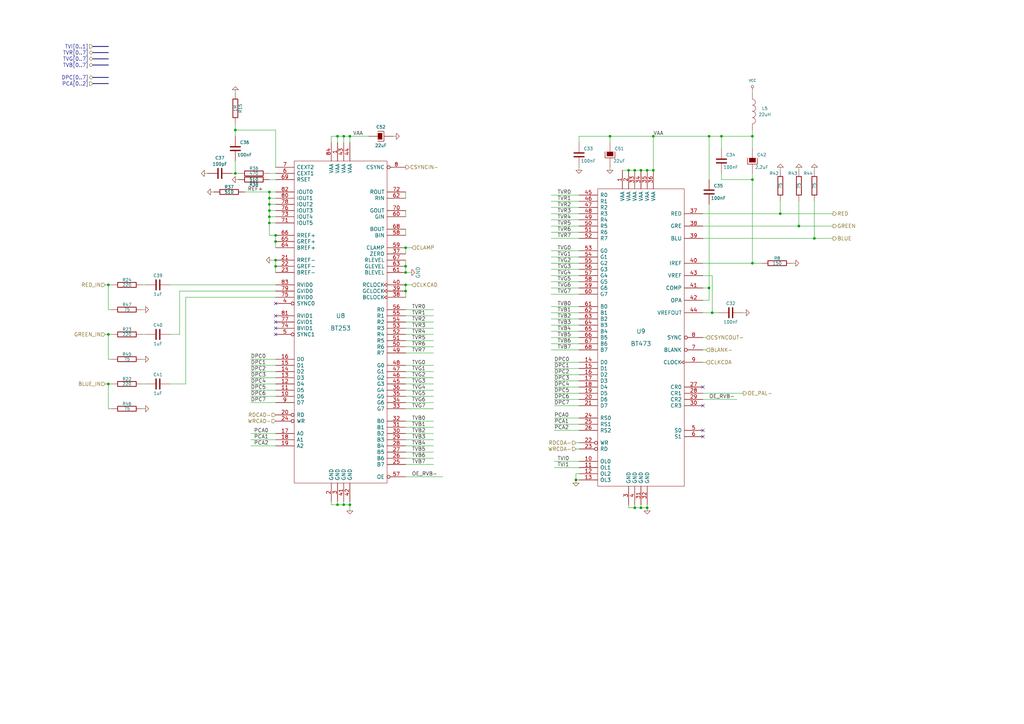
<source format=kicad_sch>
(kicad_sch (version 20201015) (generator eeschema)
  (page 1 8)
  (paper "A3")
  (title_block (title "Video") (date "Sun 22 Mar 2015") (rev "2.0B") (company "Kicad EDA"))
  (lib_symbols
    (symbol "video_schlib:BT253" (pin_names (offset 1.016))
      (property "Reference" "U" (at 0 2.54 0))
      (property "Value" "BT253" (at 0 -2.54 0))
      (symbol "BT253_0_1"
        (rectangle (start -19.05 -66.04) (end 19.05 66.04))
      )
      (symbol "BT253_1_1"
        (pin input line (at -1.27 73.66 270) (length 7.62) (name "VAA") (number "1"))
        (pin tri_state line (at -26.67 -30.48 0) (length 7.62) (name "D6") (number "10"))
        (pin tri_state line (at -26.67 -27.94 0) (length 7.62) (name "D5") (number "11"))
        (pin tri_state line (at -26.67 -25.4 0) (length 7.62) (name "D4") (number "12"))
        (pin tri_state line (at -26.67 -22.86 0) (length 7.62) (name "D3") (number "13"))
        (pin tri_state line (at -26.67 -20.32 0) (length 7.62) (name "D2") (number "14"))
        (pin tri_state line (at -26.67 -17.78 0) (length 7.62) (name "D1") (number "15"))
        (pin tri_state line (at -26.67 -15.24 0) (length 7.62) (name "D0") (number "16"))
        (pin input line (at -26.67 -45.72 0) (length 7.62) (name "A0") (number "17"))
        (pin input line (at -26.67 -48.26 0) (length 7.62) (name "A1") (number "18"))
        (pin input line (at -26.67 -50.8 0) (length 7.62) (name "A2") (number "19"))
        (pin input line (at -3.81 -73.66 90) (length 7.62) (name "GND") (number "2"))
        (pin input inverted (at -26.67 -38.1 0) (length 7.62) (name "RD") (number "20"))
        (pin input line (at -26.67 25.4 0) (length 7.62) (name "RREF-") (number "21"))
        (pin input line (at -26.67 22.86 0) (length 7.62) (name "GREF-") (number "22"))
        (pin input line (at -26.67 20.32 0) (length 7.62) (name "BREF-") (number "23"))
        (pin input inverted (at -26.67 -40.64 0) (length 7.62) (name "WR") (number "24"))
        (pin tri_state line (at 26.67 -58.42 180) (length 7.62) (name "B7") (number "25"))
        (pin tri_state line (at 26.67 -55.88 180) (length 7.62) (name "B6") (number "26"))
        (pin tri_state line (at 26.67 -53.34 180) (length 7.62) (name "B5") (number "27"))
        (pin tri_state line (at 26.67 -50.8 180) (length 7.62) (name "B4") (number "28"))
        (pin tri_state line (at 26.67 -48.26 180) (length 7.62) (name "B3") (number "29"))
        (pin input line (at -1.27 -73.66 90) (length 7.62) (name "GND") (number "3"))
        (pin tri_state line (at 26.67 -45.72 180) (length 7.62) (name "B2") (number "30"))
        (pin tri_state line (at 26.67 -43.18 180) (length 7.62) (name "B1") (number "31"))
        (pin tri_state line (at 26.67 -40.64 180) (length 7.62) (name "B0") (number "32"))
        (pin tri_state line (at 26.67 -35.56 180) (length 7.62) (name "G7") (number "33"))
        (pin tri_state line (at 26.67 -33.02 180) (length 7.62) (name "G6") (number "34"))
        (pin tri_state line (at 26.67 -30.48 180) (length 7.62) (name "G5") (number "35"))
        (pin tri_state line (at 26.67 -27.94 180) (length 7.62) (name "G4") (number "36"))
        (pin input line (at 26.67 27.94 180) (length 7.62) (name "ZERO") (number "37"))
        (pin input clock (at 26.67 10.16 180) (length 7.62) (name "BCLOCK") (number "38"))
        (pin input clock (at 26.67 12.7 180) (length 7.62) (name "GCLOCK") (number "39"))
        (pin input inverted (at -26.67 7.62 0) (length 7.62) (name "SYNC0") (number "4"))
        (pin input clock (at 26.67 15.24 180) (length 7.62) (name "RCLOCK") (number "40"))
        (pin input line (at 1.27 -73.66 90) (length 7.62) (name "GND") (number "41"))
        (pin input line (at 3.81 -73.66 90) (length 7.62) (name "GND") (number "42"))
        (pin input line (at 1.27 73.66 270) (length 7.62) (name "VAA") (number "43"))
        (pin input line (at 3.81 73.66 270) (length 7.62) (name "VAA") (number "44"))
        (pin tri_state line (at 26.67 -25.4 180) (length 7.62) (name "G3") (number "45"))
        (pin tri_state line (at 26.67 -22.86 180) (length 7.62) (name "G2") (number "46"))
        (pin tri_state line (at 26.67 -20.32 180) (length 7.62) (name "G1") (number "47"))
        (pin tri_state line (at 26.67 -17.78 180) (length 7.62) (name "G0") (number "48"))
        (pin tri_state line (at 26.67 -12.7 180) (length 7.62) (name "R7") (number "49"))
        (pin input inverted (at -26.67 -5.08 0) (length 7.62) (name "SYNC1") (number "5"))
        (pin tri_state line (at 26.67 -10.16 180) (length 7.62) (name "R6") (number "50"))
        (pin tri_state line (at 26.67 -7.62 180) (length 7.62) (name "R5") (number "51"))
        (pin tri_state line (at 26.67 -5.08 180) (length 7.62) (name "R4") (number "52"))
        (pin tri_state line (at 26.67 -2.54 180) (length 7.62) (name "R3") (number "53"))
        (pin tri_state line (at 26.67 0 180) (length 7.62) (name "R2") (number "54"))
        (pin tri_state line (at 26.67 2.54 180) (length 7.62) (name "R1") (number "55"))
        (pin tri_state line (at 26.67 5.08 180) (length 7.62) (name "R0") (number "56"))
        (pin input inverted (at 26.67 -63.5 180) (length 7.62) (name "OE") (number "57"))
        (pin input line (at 26.67 35.56 180) (length 7.62) (name "BIN") (number "58"))
        (pin input line (at 26.67 30.48 180) (length 7.62) (name "CLAMP") (number "59"))
        (pin output line (at -26.67 60.96 0) (length 7.62) (name "CEXT1") (number "6"))
        (pin input line (at 26.67 43.18 180) (length 7.62) (name "GIN") (number "60"))
        (pin input line (at 26.67 20.32 180) (length 7.62) (name "BLEVEL") (number "61"))
        (pin input line (at 26.67 50.8 180) (length 7.62) (name "RIN") (number "62"))
        (pin input line (at 26.67 22.86 180) (length 7.62) (name "GLEVEL") (number "63"))
        (pin input line (at -26.67 30.48 0) (length 7.62) (name "BREF+") (number "64"))
        (pin input line (at -26.67 33.02 0) (length 7.62) (name "GREF+") (number "65"))
        (pin input line (at -26.67 35.56 0) (length 7.62) (name "RREF+") (number "66"))
        (pin input line (at 26.67 25.4 180) (length 7.62) (name "RLEVEL") (number "67"))
        (pin output line (at 26.67 38.1 180) (length 7.62) (name "BOUT") (number "68"))
        (pin input line (at -26.67 58.42 0) (length 7.62) (name "RSET") (number "69"))
        (pin input line (at -26.67 63.5 0) (length 7.62) (name "CEXT2") (number "7"))
        (pin output line (at 26.67 45.72 180) (length 7.62) (name "GOUT") (number "70"))
        (pin passive line (at -26.67 40.64 0) (length 7.62) (name "IOUT5") (number "71"))
        (pin output line (at 26.67 53.34 180) (length 7.62) (name "ROUT") (number "72"))
        (pin passive line (at -26.67 43.18 0) (length 7.62) (name "IOUT4") (number "73"))
        (pin input line (at -26.67 -2.54 0) (length 7.62) (name "BVID1") (number "74"))
        (pin input line (at -26.67 10.16 0) (length 7.62) (name "BVID0") (number "75"))
        (pin passive line (at -26.67 45.72 0) (length 7.62) (name "IOUT3") (number "76"))
        (pin input line (at -26.67 0 0) (length 7.62) (name "GVID1") (number "77"))
        (pin passive line (at -26.67 48.26 0) (length 7.62) (name "IOUT2") (number "78"))
        (pin input line (at -26.67 12.7 0) (length 7.62) (name "GVID0") (number "79"))
        (pin output inverted (at 26.67 63.5 180) (length 7.62) (name "CSYNC") (number "8"))
        (pin passive line (at -26.67 50.8 0) (length 7.62) (name "IOUT1") (number "80"))
        (pin input line (at -26.67 2.54 0) (length 7.62) (name "RVID1") (number "81"))
        (pin passive line (at -26.67 53.34 0) (length 7.62) (name "IOUT0") (number "82"))
        (pin input line (at -26.67 15.24 0) (length 7.62) (name "RVID0") (number "83"))
        (pin input line (at -3.81 73.66 270) (length 7.62) (name "VAA") (number "84"))
        (pin tri_state line (at -26.67 -33.02 0) (length 7.62) (name "D7") (number "9"))
      )
    )
    (symbol "video_schlib:BT473" (pin_names (offset 1.016))
      (property "Reference" "U" (at 0 2.54 0))
      (property "Value" "BT473" (at 0 -2.54 0))
      (symbol "BT473_0_1"
        (rectangle (start -17.78 -60.96) (end 17.78 60.96))
      )
      (symbol "BT473_1_1"
        (pin input line (at -7.62 68.58 270) (length 7.62) (name "VAA") (number "1"))
        (pin input line (at -25.4 -50.8 0) (length 7.62) (name "OL0") (number "10"))
        (pin input line (at -25.4 -53.34 0) (length 7.62) (name "OL1") (number "11"))
        (pin input line (at -25.4 -55.88 0) (length 7.62) (name "OL2") (number "12"))
        (pin input line (at -25.4 -58.42 0) (length 7.62) (name "OL3") (number "13"))
        (pin input line (at -25.4 -10.16 0) (length 7.62) (name "D0") (number "14"))
        (pin input line (at -25.4 -12.7 0) (length 7.62) (name "D1") (number "15"))
        (pin input line (at -25.4 -15.24 0) (length 7.62) (name "D2") (number "16"))
        (pin input line (at -25.4 -17.78 0) (length 7.62) (name "D3") (number "17"))
        (pin input line (at -25.4 -20.32 0) (length 7.62) (name "D4") (number "18"))
        (pin input line (at -25.4 -22.86 0) (length 7.62) (name "D5") (number "19"))
        (pin input line (at -5.08 68.58 270) (length 7.62) (name "VAA") (number "2"))
        (pin input line (at -25.4 -25.4 0) (length 7.62) (name "D6") (number "20"))
        (pin input line (at -25.4 -27.94 0) (length 7.62) (name "D7") (number "21"))
        (pin input inverted (at -25.4 -43.18 0) (length 7.62) (name "WR") (number "22"))
        (pin input inverted (at -25.4 -45.72 0) (length 7.62) (name "RD") (number "23"))
        (pin input line (at -25.4 -33.02 0) (length 7.62) (name "RS0") (number "24"))
        (pin input line (at -25.4 -35.56 0) (length 7.62) (name "RS1") (number "25"))
        (pin input line (at -25.4 -38.1 0) (length 7.62) (name "RS2") (number "26"))
        (pin output line (at 25.4 -20.32 180) (length 7.62) (name "CR0") (number "27"))
        (pin output line (at 25.4 -22.86 180) (length 7.62) (name "CR1") (number "28"))
        (pin output line (at 25.4 -25.4 180) (length 7.62) (name "CR2") (number "29"))
        (pin input line (at -5.08 -68.58 90) (length 7.62) (name "GND") (number "3"))
        (pin output line (at 25.4 -27.94 180) (length 7.62) (name "CR3") (number "30"))
        (pin input line (at 0 -68.58 90) (length 7.62) (name "GND") (number "31"))
        (pin input line (at 2.54 -68.58 90) (length 7.62) (name "GND") (number "32"))
        (pin input line (at -2.54 68.58 270) (length 7.62) (name "VAA") (number "33"))
        (pin input line (at 0 68.58 270) (length 7.62) (name "VAA") (number "34"))
        (pin input line (at 2.54 68.58 270) (length 7.62) (name "VAA") (number "35"))
        (pin input line (at 5.08 68.58 270) (length 7.62) (name "VAA") (number "36"))
        (pin output line (at 25.4 50.8 180) (length 7.62) (name "RED") (number "37"))
        (pin output line (at 25.4 45.72 180) (length 7.62) (name "GRE") (number "38"))
        (pin output line (at 25.4 40.64 180) (length 7.62) (name "BLU") (number "39"))
        (pin input line (at -2.54 -68.58 90) (length 7.62) (name "GND") (number "4"))
        (pin input line (at 25.4 30.48 180) (length 7.62) (name "IREF") (number "40"))
        (pin input line (at 25.4 20.32 180) (length 7.62) (name "COMP") (number "41"))
        (pin output line (at 25.4 15.24 180) (length 7.62) (name "OPA") (number "42"))
        (pin input line (at 25.4 25.4 180) (length 7.62) (name "VREF") (number "43"))
        (pin output line (at 25.4 10.16 180) (length 7.62) (name "VREFOUT") (number "44"))
        (pin input line (at -25.4 58.42 0) (length 7.62) (name "R0") (number "45"))
        (pin input line (at -25.4 55.88 0) (length 7.62) (name "R1") (number "46"))
        (pin input line (at -25.4 53.34 0) (length 7.62) (name "R2") (number "47"))
        (pin input line (at -25.4 50.8 0) (length 7.62) (name "R3") (number "48"))
        (pin input line (at -25.4 48.26 0) (length 7.62) (name "R4") (number "49"))
        (pin input line (at 25.4 -38.1 180) (length 7.62) (name "S0") (number "5"))
        (pin input line (at -25.4 45.72 0) (length 7.62) (name "R5") (number "50"))
        (pin input line (at -25.4 43.18 0) (length 7.62) (name "R6") (number "51"))
        (pin input line (at -25.4 40.64 0) (length 7.62) (name "R7") (number "52"))
        (pin input line (at -25.4 35.56 0) (length 7.62) (name "G0") (number "53"))
        (pin input line (at -25.4 33.02 0) (length 7.62) (name "G1") (number "54"))
        (pin input line (at -25.4 30.48 0) (length 7.62) (name "G2") (number "55"))
        (pin input line (at -25.4 27.94 0) (length 7.62) (name "G3") (number "56"))
        (pin input line (at -25.4 25.4 0) (length 7.62) (name "G4") (number "57"))
        (pin input line (at -25.4 22.86 0) (length 7.62) (name "G5") (number "58"))
        (pin input line (at -25.4 20.32 0) (length 7.62) (name "G6") (number "59"))
        (pin input line (at 25.4 -40.64 180) (length 7.62) (name "S1") (number "6"))
        (pin input line (at -25.4 17.78 0) (length 7.62) (name "G7") (number "60"))
        (pin input line (at -25.4 12.7 0) (length 7.62) (name "B0") (number "61"))
        (pin input line (at -25.4 10.16 0) (length 7.62) (name "B1") (number "62"))
        (pin input line (at -25.4 7.62 0) (length 7.62) (name "B2") (number "63"))
        (pin input line (at -25.4 5.08 0) (length 7.62) (name "B3") (number "64"))
        (pin input line (at -25.4 2.54 0) (length 7.62) (name "B4") (number "65"))
        (pin input line (at -25.4 0 0) (length 7.62) (name "B5") (number "66"))
        (pin input line (at -25.4 -2.54 0) (length 7.62) (name "B6") (number "67"))
        (pin input line (at -25.4 -5.08 0) (length 7.62) (name "B7") (number "68"))
        (pin input inverted (at 25.4 -5.08 180) (length 7.62) (name "BLANK") (number "7"))
        (pin input inverted (at 25.4 0 180) (length 7.62) (name "SYNC") (number "8"))
        (pin input clock (at 25.4 -10.16 180) (length 7.62) (name "CLOCK") (number "9"))
      )
    )
    (symbol "video_schlib:C" (pin_numbers hide) (pin_names (offset 0.254))
      (property "Reference" "C" (at 0 2.54 0))
      (property "Value" "C" (at 0.1524 -2.159 0))
      (symbol "C_0_1"
        (polyline (pts (xy -2.032 -0.762) (xy 2.032 -0.762)) (stroke (width 0.508)))
        (polyline (pts (xy -2.032 0.762) (xy 2.032 0.762)) (stroke (width 0.508)))
      )
      (symbol "C_1_1"
        (pin passive line (at 0 5.08 270) (length 4.318) (name "~") (number "1"))
        (pin passive line (at 0 -5.08 90) (length 4.318) (name "~") (number "2"))
      )
    )
    (symbol "video_schlib:CP" (pin_numbers hide) (pin_names (offset 0.254) hide)
      (property "Reference" "C" (at 1.27 2.54 0))
      (property "Value" "CP" (at 1.27 -2.54 0))
      (symbol "CP_0_1"
        (polyline (pts (xy -2.032 1.27) (xy -2.032 -1.27) (xy 2.032 -1.27) (xy 2.032 1.27)) (stroke (width 0.2032)))
        (polyline (pts (xy -1.27 1.27) (xy -1.27 -0.508) (xy 1.27 -0.508) (xy 1.27 1.27)) (fill (type outline)))
      )
      (symbol "CP_1_1"
        (pin passive line (at 0 5.08 270) (length 3.81) (name "~") (number "1"))
        (pin passive line (at 0 -5.08 90) (length 3.81) (name "~") (number "2"))
      )
    )
    (symbol "video_schlib:GND" (power) (pin_names (offset 0))
      (symbol "GND_0_1"
        (polyline (pts (xy -1.27 0) (xy 0 -1.27) (xy 1.27 0) (xy -1.27 0)))
      )
      (symbol "GND_1_1"
        (pin power_in line (at 0 0 90) (length 0) hide (name "GND") (number "1"))
      )
    )
    (symbol "video_schlib:INDUCTOR" (pin_numbers hide) (pin_names (offset 1.016) hide)
      (property "Reference" "L" (at -1.27 0 90))
      (property "Value" "INDUCTOR" (at 2.54 0 90))
      (symbol "INDUCTOR_0_1"
        (arc (start 0.0254 -5.0546) (end 0.0254 -2.54) (radius (at 0 -3.81) (length 1.27) (angles -88.9 88.9)))
        (arc (start 0.0254 -2.5146) (end 0.0254 0.0508) (radius (at 0 -1.2446) (length 1.2954) (angles -88.9 88.9)))
        (arc (start 0.0254 0.0254) (end 0.0254 2.5908) (radius (at 0 1.2954) (length 1.2954) (angles -88.9 88.9)))
        (arc (start 0.0254 2.5654) (end 0.0254 4.9784) (radius (at 0 3.7592) (length 1.2192) (angles -88.9 88.9)))
      )
      (symbol "INDUCTOR_1_1"
        (pin passive line (at 0 7.62 270) (length 2.54) (name "1") (number "1"))
        (pin passive line (at 0 -7.62 90) (length 2.54) (name "2") (number "2"))
      )
    )
    (symbol "video_schlib:R" (pin_numbers hide) (pin_names (offset 0))
      (property "Reference" "R" (at 2.032 0 90))
      (property "Value" "R" (at 0.1778 0.0254 90))
      (symbol "R_0_1"
        (rectangle (start -1.016 3.81) (end 1.016 -3.81) (stroke (width 0.3048)))
      )
      (symbol "R_1_1"
        (pin passive line (at 0 6.35 270) (length 2.54) (name "~") (number "1"))
        (pin passive line (at 0 -6.35 90) (length 2.54) (name "~") (number "2"))
      )
    )
    (symbol "video_schlib:VCC" (power) (pin_names (offset 0))
      (property "Value" "VCC" (at 0 2.54 0))
      (symbol "VCC_0_1"
        (circle (center 0 1.27) (radius 0.508))
        (polyline (pts (xy 0 0) (xy 0 0.762) (xy 0 0.762)))
      )
      (symbol "VCC_0_0"
        (pin power_in line (at 0 0 90) (length 0) hide (name "VCC") (number "1"))
      )
    )
  )
  (junction (at 44.45 116.84) (diameter 0.9144))
  (junction (at 44.45 137.16) (diameter 0.9144))
  (junction (at 44.45 157.48) (diameter 0.9144))
  (junction (at 96.52 53.34) (diameter 0.9144))
  (junction (at 96.52 71.12) (diameter 0.9144))
  (junction (at 110.49 78.74) (diameter 0.9144))
  (junction (at 110.49 81.28) (diameter 0.9144))
  (junction (at 110.49 83.82) (diameter 0.9144))
  (junction (at 110.49 86.36) (diameter 0.9144))
  (junction (at 110.49 88.9) (diameter 0.9144))
  (junction (at 110.49 91.44) (diameter 0.9144))
  (junction (at 113.03 96.52) (diameter 0.9144))
  (junction (at 113.03 99.06) (diameter 0.9144))
  (junction (at 113.03 106.68) (diameter 0.9144))
  (junction (at 113.03 109.22) (diameter 0.9144))
  (junction (at 138.43 55.88) (diameter 0.9144))
  (junction (at 138.43 207.01) (diameter 0.9144))
  (junction (at 140.97 55.88) (diameter 0.9144))
  (junction (at 140.97 207.01) (diameter 0.9144))
  (junction (at 143.51 55.88) (diameter 0.9144))
  (junction (at 143.51 207.01) (diameter 0.9144))
  (junction (at 166.37 101.6) (diameter 0.9144))
  (junction (at 166.37 109.22) (diameter 0.9144))
  (junction (at 166.37 111.76) (diameter 0.9144))
  (junction (at 166.37 116.84) (diameter 0.9144))
  (junction (at 166.37 119.38) (diameter 0.9144))
  (junction (at 236.22 196.85) (diameter 0.9144))
  (junction (at 250.19 55.88) (diameter 0.9144))
  (junction (at 257.81 69.85) (diameter 0.9144))
  (junction (at 260.35 69.85) (diameter 0.9144))
  (junction (at 260.35 208.28) (diameter 0.9144))
  (junction (at 262.89 69.85) (diameter 0.9144))
  (junction (at 262.89 208.28) (diameter 0.9144))
  (junction (at 265.43 69.85) (diameter 0.9144))
  (junction (at 265.43 208.28) (diameter 0.9144))
  (junction (at 267.97 55.88) (diameter 0.9144))
  (junction (at 267.97 69.85) (diameter 0.9144))
  (junction (at 290.83 55.88) (diameter 0.9144))
  (junction (at 290.83 118.11) (diameter 0.9144))
  (junction (at 292.1 128.27) (diameter 0.9144))
  (junction (at 295.91 55.88) (diameter 0.9144))
  (junction (at 308.61 55.88) (diameter 0.9144))
  (junction (at 308.61 73.66) (diameter 0.9144))
  (junction (at 308.61 107.95) (diameter 0.9144))
  (junction (at 320.04 87.63) (diameter 0.9144))
  (junction (at 327.66 92.71) (diameter 0.9144))
  (junction (at 334.01 97.79) (diameter 0.9144))
  (no_connect (at 113.03 129.54))
  (no_connect (at 113.03 132.08))
  (no_connect (at 288.29 179.07))
  (no_connect (at 113.03 124.46))
  (no_connect (at 113.03 134.62))
  (no_connect (at 288.29 166.37))
  (no_connect (at 288.29 176.53))
  (no_connect (at 288.29 158.75))
  (no_connect (at 113.03 137.16))
  (wire (pts (xy 43.18 116.84) (xy 44.45 116.84)))
  (wire (pts (xy 43.18 137.16) (xy 44.45 137.16)))
  (wire (pts (xy 43.18 157.48) (xy 44.45 157.48)))
  (wire (pts (xy 44.45 116.84) (xy 44.45 127)))
  (wire (pts (xy 44.45 116.84) (xy 45.72 116.84)))
  (wire (pts (xy 44.45 127) (xy 45.72 127)))
  (wire (pts (xy 44.45 137.16) (xy 44.45 147.32)))
  (wire (pts (xy 44.45 137.16) (xy 45.72 137.16)))
  (wire (pts (xy 44.45 147.32) (xy 45.72 147.32)))
  (wire (pts (xy 44.45 157.48) (xy 44.45 167.64)))
  (wire (pts (xy 44.45 157.48) (xy 45.72 157.48)))
  (wire (pts (xy 44.45 167.64) (xy 45.72 167.64)))
  (wire (pts (xy 58.42 116.84) (xy 59.69 116.84)))
  (wire (pts (xy 58.42 137.16) (xy 59.69 137.16)))
  (wire (pts (xy 58.42 157.48) (xy 59.69 157.48)))
  (wire (pts (xy 58.42 167.64) (xy 59.69 167.64)))
  (wire (pts (xy 59.69 127) (xy 58.42 127)))
  (wire (pts (xy 59.69 147.32) (xy 58.42 147.32)))
  (wire (pts (xy 69.85 116.84) (xy 113.03 116.84)))
  (wire (pts (xy 69.85 137.16) (xy 73.66 137.16)))
  (wire (pts (xy 69.85 157.48) (xy 76.2 157.48)))
  (wire (pts (xy 73.66 119.38) (xy 73.66 137.16)))
  (wire (pts (xy 76.2 121.92) (xy 76.2 157.48)))
  (wire (pts (xy 83.82 71.12) (xy 85.09 71.12)))
  (wire (pts (xy 86.36 78.74) (xy 87.63 78.74)))
  (wire (pts (xy 95.25 71.12) (xy 96.52 71.12)))
  (wire (pts (xy 96.52 38.1) (xy 96.52 36.83)))
  (wire (pts (xy 96.52 50.8) (xy 96.52 53.34)))
  (wire (pts (xy 96.52 53.34) (xy 96.52 55.88)))
  (wire (pts (xy 96.52 53.34) (xy 113.03 53.34)))
  (wire (pts (xy 96.52 71.12) (xy 96.52 66.04)))
  (wire (pts (xy 96.52 71.12) (xy 97.79 71.12)))
  (wire (pts (xy 96.52 73.66) (xy 97.79 73.66)))
  (wire (pts (xy 100.33 78.74) (xy 110.49 78.74)))
  (wire (pts (xy 102.87 147.32) (xy 113.03 147.32)))
  (wire (pts (xy 102.87 149.86) (xy 113.03 149.86)))
  (wire (pts (xy 102.87 152.4) (xy 113.03 152.4)))
  (wire (pts (xy 102.87 154.94) (xy 113.03 154.94)))
  (wire (pts (xy 102.87 157.48) (xy 113.03 157.48)))
  (wire (pts (xy 102.87 160.02) (xy 113.03 160.02)))
  (wire (pts (xy 102.87 162.56) (xy 113.03 162.56)))
  (wire (pts (xy 102.87 165.1) (xy 113.03 165.1)))
  (wire (pts (xy 102.87 177.8) (xy 113.03 177.8)))
  (wire (pts (xy 102.87 180.34) (xy 113.03 180.34)))
  (wire (pts (xy 102.87 182.88) (xy 113.03 182.88)))
  (wire (pts (xy 110.49 71.12) (xy 113.03 71.12)))
  (wire (pts (xy 110.49 73.66) (xy 113.03 73.66)))
  (wire (pts (xy 110.49 78.74) (xy 110.49 81.28)))
  (wire (pts (xy 110.49 78.74) (xy 113.03 78.74)))
  (wire (pts (xy 110.49 81.28) (xy 110.49 83.82)))
  (wire (pts (xy 110.49 83.82) (xy 110.49 86.36)))
  (wire (pts (xy 110.49 83.82) (xy 113.03 83.82)))
  (wire (pts (xy 110.49 86.36) (xy 110.49 88.9)))
  (wire (pts (xy 110.49 86.36) (xy 113.03 86.36)))
  (wire (pts (xy 110.49 88.9) (xy 110.49 91.44)))
  (wire (pts (xy 110.49 88.9) (xy 113.03 88.9)))
  (wire (pts (xy 110.49 91.44) (xy 110.49 96.52)))
  (wire (pts (xy 110.49 91.44) (xy 113.03 91.44)))
  (wire (pts (xy 110.49 96.52) (xy 113.03 96.52)))
  (wire (pts (xy 110.49 106.68) (xy 113.03 106.68)))
  (wire (pts (xy 113.03 53.34) (xy 113.03 68.58)))
  (wire (pts (xy 113.03 81.28) (xy 110.49 81.28)))
  (wire (pts (xy 113.03 96.52) (xy 113.03 99.06)))
  (wire (pts (xy 113.03 99.06) (xy 113.03 101.6)))
  (wire (pts (xy 113.03 106.68) (xy 113.03 109.22)))
  (wire (pts (xy 113.03 109.22) (xy 113.03 111.76)))
  (wire (pts (xy 113.03 119.38) (xy 73.66 119.38)))
  (wire (pts (xy 113.03 121.92) (xy 76.2 121.92)))
  (wire (pts (xy 135.89 55.88) (xy 135.89 58.42)))
  (wire (pts (xy 135.89 55.88) (xy 138.43 55.88)))
  (wire (pts (xy 135.89 207.01) (xy 135.89 205.74)))
  (wire (pts (xy 135.89 207.01) (xy 138.43 207.01)))
  (wire (pts (xy 138.43 55.88) (xy 138.43 58.42)))
  (wire (pts (xy 138.43 55.88) (xy 140.97 55.88)))
  (wire (pts (xy 138.43 205.74) (xy 138.43 207.01)))
  (wire (pts (xy 138.43 207.01) (xy 140.97 207.01)))
  (wire (pts (xy 140.97 55.88) (xy 140.97 58.42)))
  (wire (pts (xy 140.97 55.88) (xy 143.51 55.88)))
  (wire (pts (xy 140.97 205.74) (xy 140.97 207.01)))
  (wire (pts (xy 140.97 207.01) (xy 143.51 207.01)))
  (wire (pts (xy 143.51 55.88) (xy 151.13 55.88)))
  (wire (pts (xy 143.51 58.42) (xy 143.51 55.88)))
  (wire (pts (xy 143.51 205.74) (xy 143.51 207.01)))
  (wire (pts (xy 143.51 207.01) (xy 143.51 209.55)))
  (wire (pts (xy 162.56 55.88) (xy 161.29 55.88)))
  (wire (pts (xy 166.37 78.74) (xy 166.37 81.28)))
  (wire (pts (xy 166.37 86.36) (xy 166.37 88.9)))
  (wire (pts (xy 166.37 93.98) (xy 166.37 96.52)))
  (wire (pts (xy 166.37 101.6) (xy 168.91 101.6)))
  (wire (pts (xy 166.37 104.14) (xy 166.37 101.6)))
  (wire (pts (xy 166.37 106.68) (xy 166.37 109.22)))
  (wire (pts (xy 166.37 109.22) (xy 166.37 111.76)))
  (wire (pts (xy 166.37 111.76) (xy 168.91 111.76)))
  (wire (pts (xy 166.37 116.84) (xy 166.37 119.38)))
  (wire (pts (xy 166.37 119.38) (xy 166.37 121.92)))
  (wire (pts (xy 166.37 127) (xy 177.8 127)))
  (wire (pts (xy 166.37 129.54) (xy 177.8 129.54)))
  (wire (pts (xy 166.37 132.08) (xy 177.8 132.08)))
  (wire (pts (xy 166.37 134.62) (xy 177.8 134.62)))
  (wire (pts (xy 166.37 137.16) (xy 177.8 137.16)))
  (wire (pts (xy 166.37 139.7) (xy 177.8 139.7)))
  (wire (pts (xy 166.37 142.24) (xy 177.8 142.24)))
  (wire (pts (xy 166.37 144.78) (xy 177.8 144.78)))
  (wire (pts (xy 166.37 149.86) (xy 177.8 149.86)))
  (wire (pts (xy 166.37 152.4) (xy 177.8 152.4)))
  (wire (pts (xy 166.37 154.94) (xy 177.8 154.94)))
  (wire (pts (xy 166.37 157.48) (xy 177.8 157.48)))
  (wire (pts (xy 166.37 160.02) (xy 177.8 160.02)))
  (wire (pts (xy 166.37 162.56) (xy 177.8 162.56)))
  (wire (pts (xy 166.37 165.1) (xy 177.8 165.1)))
  (wire (pts (xy 166.37 167.64) (xy 177.8 167.64)))
  (wire (pts (xy 166.37 172.72) (xy 177.8 172.72)))
  (wire (pts (xy 166.37 175.26) (xy 177.8 175.26)))
  (wire (pts (xy 166.37 177.8) (xy 177.8 177.8)))
  (wire (pts (xy 166.37 180.34) (xy 177.8 180.34)))
  (wire (pts (xy 166.37 182.88) (xy 177.8 182.88)))
  (wire (pts (xy 166.37 185.42) (xy 177.8 185.42)))
  (wire (pts (xy 166.37 187.96) (xy 177.8 187.96)))
  (wire (pts (xy 166.37 190.5) (xy 177.8 190.5)))
  (wire (pts (xy 166.37 195.58) (xy 181.61 195.58)))
  (wire (pts (xy 168.91 116.84) (xy 166.37 116.84)))
  (wire (pts (xy 226.06 80.01) (xy 237.49 80.01)))
  (wire (pts (xy 226.06 82.55) (xy 237.49 82.55)))
  (wire (pts (xy 226.06 85.09) (xy 237.49 85.09)))
  (wire (pts (xy 226.06 87.63) (xy 237.49 87.63)))
  (wire (pts (xy 226.06 90.17) (xy 237.49 90.17)))
  (wire (pts (xy 226.06 92.71) (xy 237.49 92.71)))
  (wire (pts (xy 226.06 95.25) (xy 237.49 95.25)))
  (wire (pts (xy 226.06 97.79) (xy 237.49 97.79)))
  (wire (pts (xy 226.06 102.87) (xy 237.49 102.87)))
  (wire (pts (xy 226.06 105.41) (xy 237.49 105.41)))
  (wire (pts (xy 226.06 107.95) (xy 237.49 107.95)))
  (wire (pts (xy 226.06 110.49) (xy 237.49 110.49)))
  (wire (pts (xy 226.06 113.03) (xy 237.49 113.03)))
  (wire (pts (xy 226.06 115.57) (xy 237.49 115.57)))
  (wire (pts (xy 226.06 118.11) (xy 237.49 118.11)))
  (wire (pts (xy 226.06 120.65) (xy 237.49 120.65)))
  (wire (pts (xy 226.06 125.73) (xy 237.49 125.73)))
  (wire (pts (xy 226.06 128.27) (xy 237.49 128.27)))
  (wire (pts (xy 226.06 130.81) (xy 237.49 130.81)))
  (wire (pts (xy 226.06 133.35) (xy 237.49 133.35)))
  (wire (pts (xy 226.06 135.89) (xy 237.49 135.89)))
  (wire (pts (xy 226.06 138.43) (xy 237.49 138.43)))
  (wire (pts (xy 226.06 140.97) (xy 237.49 140.97)))
  (wire (pts (xy 226.06 143.51) (xy 237.49 143.51)))
  (wire (pts (xy 227.33 148.59) (xy 237.49 148.59)))
  (wire (pts (xy 227.33 151.13) (xy 237.49 151.13)))
  (wire (pts (xy 227.33 153.67) (xy 237.49 153.67)))
  (wire (pts (xy 227.33 156.21) (xy 237.49 156.21)))
  (wire (pts (xy 227.33 158.75) (xy 237.49 158.75)))
  (wire (pts (xy 227.33 161.29) (xy 237.49 161.29)))
  (wire (pts (xy 227.33 163.83) (xy 237.49 163.83)))
  (wire (pts (xy 227.33 166.37) (xy 237.49 166.37)))
  (wire (pts (xy 227.33 171.45) (xy 237.49 171.45)))
  (wire (pts (xy 227.33 173.99) (xy 237.49 173.99)))
  (wire (pts (xy 227.33 176.53) (xy 237.49 176.53)))
  (wire (pts (xy 236.22 181.61) (xy 237.49 181.61)))
  (wire (pts (xy 236.22 194.31) (xy 236.22 196.85)))
  (wire (pts (xy 236.22 194.31) (xy 237.49 194.31)))
  (wire (pts (xy 236.22 196.85) (xy 236.22 198.12)))
  (wire (pts (xy 237.49 55.88) (xy 250.19 55.88)))
  (wire (pts (xy 237.49 58.42) (xy 237.49 55.88)))
  (wire (pts (xy 237.49 68.58) (xy 237.49 69.85)))
  (wire (pts (xy 237.49 184.15) (xy 236.22 184.15)))
  (wire (pts (xy 237.49 189.23) (xy 227.33 189.23)))
  (wire (pts (xy 237.49 191.77) (xy 227.33 191.77)))
  (wire (pts (xy 237.49 196.85) (xy 236.22 196.85)))
  (wire (pts (xy 250.19 55.88) (xy 267.97 55.88)))
  (wire (pts (xy 250.19 58.42) (xy 250.19 55.88)))
  (wire (pts (xy 250.19 69.85) (xy 250.19 68.58)))
  (wire (pts (xy 255.27 69.85) (xy 257.81 69.85)))
  (wire (pts (xy 257.81 69.85) (xy 260.35 69.85)))
  (wire (pts (xy 257.81 208.28) (xy 257.81 207.01)))
  (wire (pts (xy 257.81 208.28) (xy 260.35 208.28)))
  (wire (pts (xy 260.35 69.85) (xy 262.89 69.85)))
  (wire (pts (xy 260.35 208.28) (xy 260.35 207.01)))
  (wire (pts (xy 260.35 208.28) (xy 262.89 208.28)))
  (wire (pts (xy 262.89 69.85) (xy 265.43 69.85)))
  (wire (pts (xy 262.89 208.28) (xy 262.89 207.01)))
  (wire (pts (xy 262.89 208.28) (xy 265.43 208.28)))
  (wire (pts (xy 265.43 69.85) (xy 267.97 69.85)))
  (wire (pts (xy 265.43 207.01) (xy 265.43 208.28)))
  (wire (pts (xy 265.43 208.28) (xy 265.43 209.55)))
  (wire (pts (xy 267.97 55.88) (xy 290.83 55.88)))
  (wire (pts (xy 267.97 69.85) (xy 267.97 55.88)))
  (wire (pts (xy 288.29 87.63) (xy 320.04 87.63)))
  (wire (pts (xy 288.29 92.71) (xy 327.66 92.71)))
  (wire (pts (xy 288.29 97.79) (xy 334.01 97.79)))
  (wire (pts (xy 288.29 107.95) (xy 308.61 107.95)))
  (wire (pts (xy 288.29 128.27) (xy 292.1 128.27)))
  (wire (pts (xy 288.29 161.29) (xy 304.8 161.29)))
  (wire (pts (xy 288.29 163.83) (xy 302.26 163.83)))
  (wire (pts (xy 289.56 138.43) (xy 288.29 138.43)))
  (wire (pts (xy 289.56 143.51) (xy 288.29 143.51)))
  (wire (pts (xy 289.56 148.59) (xy 288.29 148.59)))
  (wire (pts (xy 290.83 55.88) (xy 290.83 73.66)))
  (wire (pts (xy 290.83 55.88) (xy 295.91 55.88)))
  (wire (pts (xy 290.83 83.82) (xy 290.83 118.11)))
  (wire (pts (xy 290.83 118.11) (xy 288.29 118.11)))
  (wire (pts (xy 290.83 118.11) (xy 290.83 123.19)))
  (wire (pts (xy 290.83 123.19) (xy 288.29 123.19)))
  (wire (pts (xy 292.1 113.03) (xy 288.29 113.03)))
  (wire (pts (xy 292.1 128.27) (xy 292.1 113.03)))
  (wire (pts (xy 292.1 128.27) (xy 294.64 128.27)))
  (wire (pts (xy 295.91 55.88) (xy 295.91 60.96)))
  (wire (pts (xy 295.91 55.88) (xy 308.61 55.88)))
  (wire (pts (xy 295.91 71.12) (xy 295.91 73.66)))
  (wire (pts (xy 295.91 73.66) (xy 308.61 73.66)))
  (wire (pts (xy 306.07 128.27) (xy 304.8 128.27)))
  (wire (pts (xy 308.61 36.83) (xy 308.61 38.1)))
  (wire (pts (xy 308.61 53.34) (xy 308.61 55.88)))
  (wire (pts (xy 308.61 55.88) (xy 308.61 60.96)))
  (wire (pts (xy 308.61 71.12) (xy 308.61 73.66)))
  (wire (pts (xy 308.61 73.66) (xy 308.61 107.95)))
  (wire (pts (xy 308.61 107.95) (xy 312.42 107.95)))
  (wire (pts (xy 320.04 69.85) (xy 320.04 68.58)))
  (wire (pts (xy 320.04 82.55) (xy 320.04 87.63)))
  (wire (pts (xy 320.04 87.63) (xy 341.63 87.63)))
  (wire (pts (xy 326.39 107.95) (xy 325.12 107.95)))
  (wire (pts (xy 327.66 68.58) (xy 327.66 69.85)))
  (wire (pts (xy 327.66 92.71) (xy 327.66 82.55)))
  (wire (pts (xy 327.66 92.71) (xy 341.63 92.71)))
  (wire (pts (xy 334.01 69.85) (xy 334.01 68.58)))
  (wire (pts (xy 334.01 97.79) (xy 334.01 82.55)))
  (wire (pts (xy 334.01 97.79) (xy 341.63 97.79)))
  (bus (pts (xy 38.1 19.05) (xy 44.45 19.05)))
  (bus (pts (xy 38.1 21.59) (xy 44.45 21.59)))
  (bus (pts (xy 38.1 24.13) (xy 44.45 24.13)))
  (bus (pts (xy 38.1 26.67) (xy 44.45 26.67)))
  (bus (pts (xy 38.1 31.75) (xy 44.45 31.75)))
  (bus (pts (xy 38.1 34.29) (xy 44.45 34.29)))
  (label "REF+" (at 101.6 78.74 0) (effects (font (size 1.524 1.524))))
  (label "DPC0" (at 102.87 147.32 0) (effects (font (size 1.524 1.524))))
  (label "DPC1" (at 102.87 149.86 0) (effects (font (size 1.524 1.524))))
  (label "DPC2" (at 102.87 152.4 0) (effects (font (size 1.524 1.524))))
  (label "DPC3" (at 102.87 154.94 0) (effects (font (size 1.524 1.524))))
  (label "DPC4" (at 102.87 157.48 0) (effects (font (size 1.524 1.524))))
  (label "DPC5" (at 102.87 160.02 0) (effects (font (size 1.524 1.524))))
  (label "DPC6" (at 102.87 162.56 0) (effects (font (size 1.524 1.524))))
  (label "DPC7" (at 102.87 165.1 0) (effects (font (size 1.524 1.524))))
  (label "PCA0" (at 104.14 177.8 0) (effects (font (size 1.524 1.524))))
  (label "PCA1" (at 104.14 180.34 0) (effects (font (size 1.524 1.524))))
  (label "PCA2" (at 104.14 182.88 0) (effects (font (size 1.524 1.524))))
  (label "VAA" (at 144.78 55.88 0) (effects (font (size 1.524 1.524))))
  (label "TVR0" (at 168.91 127 0) (effects (font (size 1.524 1.524))))
  (label "TVR1" (at 168.91 129.54 0) (effects (font (size 1.524 1.524))))
  (label "TVR2" (at 168.91 132.08 0) (effects (font (size 1.524 1.524))))
  (label "TVR3" (at 168.91 134.62 0) (effects (font (size 1.524 1.524))))
  (label "TVR4" (at 168.91 137.16 0) (effects (font (size 1.524 1.524))))
  (label "TVR5" (at 168.91 139.7 0) (effects (font (size 1.524 1.524))))
  (label "TVR6" (at 168.91 142.24 0) (effects (font (size 1.524 1.524))))
  (label "TVR7" (at 168.91 144.78 0) (effects (font (size 1.524 1.524))))
  (label "TVG0" (at 168.91 149.86 0) (effects (font (size 1.524 1.524))))
  (label "TVG1" (at 168.91 152.4 0) (effects (font (size 1.524 1.524))))
  (label "TVG2" (at 168.91 154.94 0) (effects (font (size 1.524 1.524))))
  (label "TVG3" (at 168.91 157.48 0) (effects (font (size 1.524 1.524))))
  (label "TVG4" (at 168.91 160.02 0) (effects (font (size 1.524 1.524))))
  (label "TVG5" (at 168.91 162.56 0) (effects (font (size 1.524 1.524))))
  (label "TVG6" (at 168.91 165.1 0) (effects (font (size 1.524 1.524))))
  (label "TVG7" (at 168.91 167.64 0) (effects (font (size 1.524 1.524))))
  (label "TVB0" (at 168.91 172.72 0) (effects (font (size 1.524 1.524))))
  (label "TVB1" (at 168.91 175.26 0) (effects (font (size 1.524 1.524))))
  (label "TVB2" (at 168.91 177.8 0) (effects (font (size 1.524 1.524))))
  (label "TVB3" (at 168.91 180.34 0) (effects (font (size 1.524 1.524))))
  (label "TVB4" (at 168.91 182.88 0) (effects (font (size 1.524 1.524))))
  (label "TVB5" (at 168.91 185.42 0) (effects (font (size 1.524 1.524))))
  (label "TVB6" (at 168.91 187.96 0) (effects (font (size 1.524 1.524))))
  (label "TVB7" (at 168.91 190.5 0) (effects (font (size 1.524 1.524))))
  (label "OE_RVB-" (at 168.91 195.58 0) (effects (font (size 1.524 1.524))))
  (label "DPC0" (at 227.33 148.59 0) (effects (font (size 1.524 1.524))))
  (label "DPC1" (at 227.33 151.13 0) (effects (font (size 1.524 1.524))))
  (label "DPC2" (at 227.33 153.67 0) (effects (font (size 1.524 1.524))))
  (label "DPC3" (at 227.33 156.21 0) (effects (font (size 1.524 1.524))))
  (label "DPC4" (at 227.33 158.75 0) (effects (font (size 1.524 1.524))))
  (label "DPC5" (at 227.33 161.29 0) (effects (font (size 1.524 1.524))))
  (label "DPC6" (at 227.33 163.83 0) (effects (font (size 1.524 1.524))))
  (label "DPC7" (at 227.33 166.37 0) (effects (font (size 1.524 1.524))))
  (label "PCA0" (at 227.33 171.45 0) (effects (font (size 1.524 1.524))))
  (label "PCA1" (at 227.33 173.99 0) (effects (font (size 1.524 1.524))))
  (label "PCA2" (at 227.33 176.53 0) (effects (font (size 1.524 1.524))))
  (label "TVR0" (at 228.6 80.01 0) (effects (font (size 1.524 1.524))))
  (label "TVR1" (at 228.6 82.55 0) (effects (font (size 1.524 1.524))))
  (label "TVR2" (at 228.6 85.09 0) (effects (font (size 1.524 1.524))))
  (label "TVR3" (at 228.6 87.63 0) (effects (font (size 1.524 1.524))))
  (label "TVR4" (at 228.6 90.17 0) (effects (font (size 1.524 1.524))))
  (label "TVR5" (at 228.6 92.71 0) (effects (font (size 1.524 1.524))))
  (label "TVR6" (at 228.6 95.25 0) (effects (font (size 1.524 1.524))))
  (label "TVR7" (at 228.6 97.79 0) (effects (font (size 1.524 1.524))))
  (label "TVG0" (at 228.6 102.87 0) (effects (font (size 1.524 1.524))))
  (label "TVG1" (at 228.6 105.41 0) (effects (font (size 1.524 1.524))))
  (label "TVG2" (at 228.6 107.95 0) (effects (font (size 1.524 1.524))))
  (label "TVG3" (at 228.6 110.49 0) (effects (font (size 1.524 1.524))))
  (label "TVG4" (at 228.6 113.03 0) (effects (font (size 1.524 1.524))))
  (label "TVG5" (at 228.6 115.57 0) (effects (font (size 1.524 1.524))))
  (label "TVG6" (at 228.6 118.11 0) (effects (font (size 1.524 1.524))))
  (label "TVG7" (at 228.6 120.65 0) (effects (font (size 1.524 1.524))))
  (label "TVB0" (at 228.6 125.73 0) (effects (font (size 1.524 1.524))))
  (label "TVB1" (at 228.6 128.27 0) (effects (font (size 1.524 1.524))))
  (label "TVB2" (at 228.6 130.81 0) (effects (font (size 1.524 1.524))))
  (label "TVB3" (at 228.6 133.35 0) (effects (font (size 1.524 1.524))))
  (label "TVB4" (at 228.6 135.89 0) (effects (font (size 1.524 1.524))))
  (label "TVB5" (at 228.6 138.43 0) (effects (font (size 1.524 1.524))))
  (label "TVB6" (at 228.6 140.97 0) (effects (font (size 1.524 1.524))))
  (label "TVB7" (at 228.6 143.51 0) (effects (font (size 1.524 1.524))))
  (label "TVI0" (at 228.6 189.23 0) (effects (font (size 1.524 1.524))))
  (label "TVI1" (at 228.6 191.77 0) (effects (font (size 1.524 1.524))))
  (label "VAA" (at 267.97 55.88 0) (effects (font (size 1.524 1.524))))
  (label "OE_RVB-" (at 290.83 163.83 0) (effects (font (size 1.524 1.524))))
  (hierarchical_label "TVI[0..1]" (shape input) (at 38.1 19.05 180) (effects (font (size 1.524 1.524))))
  (hierarchical_label "TVR[0..7]" (shape tri_state) (at 38.1 21.59 180) (effects (font (size 1.524 1.524))))
  (hierarchical_label "TVG[0..7]" (shape tri_state) (at 38.1 24.13 180) (effects (font (size 1.524 1.524))))
  (hierarchical_label "TVB[0..7]" (shape tri_state) (at 38.1 26.67 180) (effects (font (size 1.524 1.524))))
  (hierarchical_label "DPC[0..7]" (shape tri_state) (at 38.1 31.75 180) (effects (font (size 1.524 1.524))))
  (hierarchical_label "PCA[0..2]" (shape input) (at 38.1 34.29 180) (effects (font (size 1.524 1.524))))
  (hierarchical_label "RED_IN" (shape input) (at 43.18 116.84 180) (effects (font (size 1.524 1.524))))
  (hierarchical_label "GREEN_IN" (shape input) (at 43.18 137.16 180) (effects (font (size 1.524 1.524))))
  (hierarchical_label "BLUE_IN" (shape input) (at 43.18 157.48 180) (effects (font (size 1.524 1.524))))
  (hierarchical_label "RDCAD-" (shape input) (at 113.03 170.18 180) (effects (font (size 1.524 1.524))))
  (hierarchical_label "WRCAD-" (shape input) (at 113.03 172.72 180) (effects (font (size 1.524 1.524))))
  (hierarchical_label "CSYNCIN-" (shape output) (at 166.37 68.58 0) (effects (font (size 1.524 1.524))))
  (hierarchical_label "CLAMP" (shape input) (at 168.91 101.6 0) (effects (font (size 1.524 1.524))))
  (hierarchical_label "CLKCAD" (shape input) (at 168.91 116.84 0) (effects (font (size 1.524 1.524))))
  (hierarchical_label "RDCDA-" (shape input) (at 236.22 181.61 180) (effects (font (size 1.524 1.524))))
  (hierarchical_label "WRCDA-" (shape input) (at 236.22 184.15 180) (effects (font (size 1.524 1.524))))
  (hierarchical_label "CSYNCOUT-" (shape input) (at 289.56 138.43 0) (effects (font (size 1.524 1.524))))
  (hierarchical_label "BLANK-" (shape input) (at 289.56 143.51 0) (effects (font (size 1.524 1.524))))
  (hierarchical_label "CLKCDA" (shape input) (at 289.56 148.59 0) (effects (font (size 1.524 1.524))))
  (hierarchical_label "OE_PAL-" (shape output) (at 304.8 161.29 0) (effects (font (size 1.524 1.524))))
  (hierarchical_label "RED" (shape output) (at 341.63 87.63 0) (effects (font (size 1.524 1.524))))
  (hierarchical_label "GREEN" (shape output) (at 341.63 92.71 0) (effects (font (size 1.524 1.524))))
  (hierarchical_label "BLUE" (shape output) (at 341.63 97.79 0) (effects (font (size 1.524 1.524))))
  (symbol (lib_id "video_schlib:VCC") (at 308.61 36.83 0) (unit 1)
    (property "Reference" "#VCC0182" (effects hide))
    (property "Value" "VCC" (at 308.61 33.02 0) (effects (font (size 1.016 1.016))))
  )
  (symbol (lib_id "video_schlib:GND") (at 59.69 127 90) (unit 1)
    (property "Reference" "#GND0174" (effects hide))
    (property "Value" "GND" (effects hide))
  )
  (symbol (lib_id "video_schlib:GND") (at 59.69 147.32 90) (unit 1)
    (property "Reference" "#GND0175" (effects hide))
    (property "Value" "GND" (effects hide))
  )
  (symbol (lib_id "video_schlib:GND") (at 59.69 167.64 90) (unit 1)
    (property "Reference" "#GND0176" (effects hide))
    (property "Value" "GND" (effects hide))
  )
  (symbol (lib_id "video_schlib:GND") (at 83.82 71.12 270) (unit 1)
    (property "Reference" "#GND0179" (effects hide))
    (property "Value" "GND" (effects hide))
  )
  (symbol (lib_id "video_schlib:GND") (at 86.36 78.74 270) (unit 1)
    (property "Reference" "#GND0181" (effects hide))
    (property "Value" "GND" (effects hide))
  )
  (symbol (lib_id "video_schlib:GND") (at 96.52 36.83 180) (unit 1)
    (property "Reference" "#GND0178" (effects hide))
    (property "Value" "GND" (effects hide))
  )
  (symbol (lib_id "video_schlib:GND") (at 96.52 73.66 270) (unit 1)
    (property "Reference" "#GND0177" (effects hide))
    (property "Value" "GND" (effects hide))
  )
  (symbol (lib_id "video_schlib:GND") (at 110.49 106.68 270) (unit 1)
    (property "Reference" "#PWR0163" (effects hide))
    (property "Value" "GND" (effects hide))
  )
  (symbol (lib_id "video_schlib:GND") (at 143.51 209.55 0) (unit 1)
    (property "Reference" "#GND0166" (effects hide))
    (property "Value" "GND" (effects hide))
  )
  (symbol (lib_id "video_schlib:GND") (at 162.56 55.88 90) (unit 1)
    (property "Reference" "#GND0180" (effects hide))
    (property "Value" "GND" (effects hide))
  )
  (symbol (lib_id "video_schlib:GND") (at 168.91 111.76 90) (unit 1)
    (property "Reference" "#GND0173" (effects hide))
    (property "Value" "GND" (at 171.45 111.76 0) (effects (font (size 1.524 1.524))))
  )
  (symbol (lib_id "video_schlib:GND") (at 236.22 198.12 0) (unit 1)
    (property "Reference" "#PWR0162" (effects hide))
    (property "Value" "GND" (effects hide))
  )
  (symbol (lib_id "video_schlib:GND") (at 237.49 69.85 0) (unit 1)
    (property "Reference" "#GND0168" (effects hide))
    (property "Value" "GND" (effects hide))
  )
  (symbol (lib_id "video_schlib:GND") (at 250.19 69.85 0) (unit 1)
    (property "Reference" "#GND0169" (effects hide))
    (property "Value" "GND" (effects hide))
  )
  (symbol (lib_id "video_schlib:GND") (at 265.43 209.55 0) (unit 1)
    (property "Reference" "#GND0167" (effects hide))
    (property "Value" "GND" (effects hide))
  )
  (symbol (lib_id "video_schlib:GND") (at 306.07 128.27 90) (unit 1)
    (property "Reference" "#PWR0164" (effects hide))
    (property "Value" "GND" (effects hide))
  )
  (symbol (lib_id "video_schlib:GND") (at 320.04 68.58 180) (unit 1)
    (property "Reference" "#GND0170" (effects hide))
    (property "Value" "GND" (effects hide))
  )
  (symbol (lib_id "video_schlib:GND") (at 326.39 107.95 90) (unit 1)
    (property "Reference" "#GND0165" (effects hide))
    (property "Value" "GND" (effects hide))
  )
  (symbol (lib_id "video_schlib:GND") (at 327.66 68.58 180) (unit 1)
    (property "Reference" "#GND0171" (effects hide))
    (property "Value" "GND" (effects hide))
  )
  (symbol (lib_id "video_schlib:GND") (at 334.01 68.58 180) (unit 1)
    (property "Reference" "#GND0172" (effects hide))
    (property "Value" "GND" (effects hide))
  )
  (symbol (lib_id "video_schlib:INDUCTOR") (at 308.61 45.72 0) (unit 1)
    (property "Reference" "L5" (at 313.69 44.45 0))
    (property "Value" "22uH" (at 313.69 46.99 0))
    (property "Footprint" "Resistor_SMD:R_1812_4532Metric_Pad1.24x3.50mm_HandSolder" (effects hide))
  )
  (symbol (lib_id "video_schlib:R") (at 52.07 116.84 90) (unit 1)
    (property "Reference" "R24" (at 52.07 114.808 90))
    (property "Value" "220" (at 52.07 116.84 90))
    (property "Footprint" "Resistor_SMD:R_1206_3216Metric_Pad1.24x1.80mm_HandSolder" (effects hide))
  )
  (symbol (lib_id "video_schlib:R") (at 52.07 127 90) (unit 1)
    (property "Reference" "R47" (at 52.07 124.968 90))
    (property "Value" "75" (at 52.07 127 90))
    (property "Footprint" "Resistor_SMD:R_1206_3216Metric_Pad1.24x1.80mm_HandSolder" (effects hide))
  )
  (symbol (lib_id "video_schlib:R") (at 52.07 137.16 90) (unit 1)
    (property "Reference" "R23" (at 52.07 135.128 90))
    (property "Value" "220" (at 52.07 137.16 90))
    (property "Footprint" "Resistor_SMD:R_1206_3216Metric_Pad1.24x1.80mm_HandSolder" (effects hide))
  )
  (symbol (lib_id "video_schlib:R") (at 52.07 147.32 90) (unit 1)
    (property "Reference" "R45" (at 52.07 145.288 90))
    (property "Value" "75" (at 52.07 147.32 90))
    (property "Footprint" "Resistor_SMD:R_1206_3216Metric_Pad1.24x1.80mm_HandSolder" (effects hide))
  )
  (symbol (lib_id "video_schlib:R") (at 52.07 157.48 90) (unit 1)
    (property "Reference" "R22" (at 52.07 155.448 90))
    (property "Value" "220" (at 52.07 157.48 90))
    (property "Footprint" "Resistor_SMD:R_1206_3216Metric_Pad1.24x1.80mm_HandSolder" (effects hide))
  )
  (symbol (lib_id "video_schlib:R") (at 52.07 167.64 90) (unit 1)
    (property "Reference" "R46" (at 52.07 165.608 90))
    (property "Value" "75" (at 52.07 167.64 90))
    (property "Footprint" "Resistor_SMD:R_1206_3216Metric_Pad1.24x1.80mm_HandSolder" (effects hide))
  )
  (symbol (lib_id "video_schlib:R") (at 93.98 78.74 90) (unit 1)
    (property "Reference" "R37" (at 93.98 76.708 90))
    (property "Value" "510" (at 93.98 78.74 90))
    (property "Footprint" "Resistor_SMD:R_1206_3216Metric_Pad1.24x1.80mm_HandSolder" (effects hide))
  )
  (symbol (lib_id "video_schlib:R") (at 96.52 44.45 0) (unit 1)
    (property "Reference" "R15" (at 98.552 44.45 90))
    (property "Value" "1M" (at 96.52 44.45 90))
    (property "Footprint" "Resistor_SMD:R_1206_3216Metric_Pad1.24x1.80mm_HandSolder" (effects hide))
  )
  (symbol (lib_id "video_schlib:R") (at 104.14 71.12 90) (unit 1)
    (property "Reference" "R36" (at 104.14 69.088 90))
    (property "Value" "470" (at 104.14 71.12 90))
    (property "Footprint" "Resistor_SMD:R_1206_3216Metric_Pad1.24x1.80mm_HandSolder" (effects hide))
  )
  (symbol (lib_id "video_schlib:R") (at 104.14 73.66 270) (unit 1)
    (property "Reference" "R38" (at 104.14 75.692 90))
    (property "Value" "510" (at 104.14 73.66 90))
    (property "Footprint" "Resistor_SMD:R_1206_3216Metric_Pad1.24x1.80mm_HandSolder" (effects hide))
  )
  (symbol (lib_id "video_schlib:R") (at 318.77 107.95 90) (unit 1)
    (property "Reference" "R8" (at 318.77 105.918 90))
    (property "Value" "150" (at 318.77 107.95 90))
    (property "Footprint" "Resistor_SMD:R_1206_3216Metric_Pad1.24x1.80mm_HandSolder" (effects hide))
  )
  (symbol (lib_id "video_schlib:R") (at 320.04 76.2 0) (unit 1)
    (property "Reference" "R42" (at 317.5 71.12 0))
    (property "Value" "75" (at 320.04 76.2 90))
    (property "Footprint" "Resistor_SMD:R_1206_3216Metric_Pad1.24x1.80mm_HandSolder" (effects hide))
  )
  (symbol (lib_id "video_schlib:R") (at 327.66 76.2 0) (unit 1)
    (property "Reference" "R43" (at 325.12 71.12 0))
    (property "Value" "75" (at 327.66 76.2 90))
    (property "Footprint" "Resistor_SMD:R_1206_3216Metric_Pad1.24x1.80mm_HandSolder" (effects hide))
  )
  (symbol (lib_id "video_schlib:R") (at 334.01 76.2 0) (unit 1)
    (property "Reference" "R44" (at 331.47 71.12 0))
    (property "Value" "75" (at 334.01 76.2 90))
    (property "Footprint" "Resistor_SMD:R_1206_3216Metric_Pad1.24x1.80mm_HandSolder" (effects hide))
  )
  (symbol (lib_id "video_schlib:CP") (at 156.21 55.88 90) (unit 1)
    (property "Reference" "C52" (at 156.21 52.07 90))
    (property "Value" "22uF" (at 156.21 59.69 90))
    (property "Footprint" "Resistor_SMD:R_1206_3216Metric_Pad1.24x1.80mm_HandSolder" (effects hide))
  )
  (symbol (lib_id "video_schlib:CP") (at 250.19 63.5 0) (unit 1)
    (property "Reference" "C51" (at 254 60.96 0))
    (property "Value" "22uF" (at 254 66.04 0))
    (property "Footprint" "Resistor_SMD:R_1210_3225Metric_Pad1.24x2.70mm_HandSolder" (effects hide))
  )
  (symbol (lib_id "video_schlib:CP") (at 308.61 66.04 0) (unit 1)
    (property "Reference" "C42" (at 312.42 63.5 0))
    (property "Value" "2.2uF" (at 312.42 68.58 0))
    (property "Footprint" "Resistor_SMD:R_1210_3225Metric_Pad1.24x2.70mm_HandSolder" (effects hide))
  )
  (symbol (lib_id "video_schlib:C") (at 64.77 116.84 270) (unit 1)
    (property "Reference" "C39" (at 64.77 113.03 90))
    (property "Value" "1uF" (at 64.77 120.65 90))
    (property "Footprint" "Resistor_SMD:R_1210_3225Metric_Pad1.24x2.70mm_HandSolder" (effects hide))
  )
  (symbol (lib_id "video_schlib:C") (at 64.77 137.16 270) (unit 1)
    (property "Reference" "C40" (at 64.77 133.35 90))
    (property "Value" "1uF" (at 64.77 140.97 90))
    (property "Footprint" "Resistor_SMD:R_1210_3225Metric_Pad1.24x2.70mm_HandSolder" (effects hide))
  )
  (symbol (lib_id "video_schlib:C") (at 64.77 157.48 270) (unit 1)
    (property "Reference" "C41" (at 64.77 153.67 90))
    (property "Value" "1uF" (at 64.77 161.29 90))
    (property "Footprint" "Resistor_SMD:R_1210_3225Metric_Pad1.24x2.70mm_HandSolder" (effects hide))
  )
  (symbol (lib_id "video_schlib:C") (at 90.17 71.12 90) (unit 1)
    (property "Reference" "C37" (at 90.17 64.77 90))
    (property "Value" "100pF" (at 90.17 67.31 90))
    (property "Footprint" "Resistor_SMD:R_1206_3216Metric_Pad1.24x1.80mm_HandSolder" (effects hide))
  )
  (symbol (lib_id "video_schlib:C") (at 96.52 60.96 0) (unit 1)
    (property "Reference" "C36" (at 100.33 58.42 0))
    (property "Value" "100nF" (at 100.33 63.5 0))
    (property "Footprint" "Resistor_SMD:R_1206_3216Metric_Pad1.24x1.80mm_HandSolder" (effects hide))
  )
  (symbol (lib_id "video_schlib:C") (at 237.49 63.5 0) (unit 1)
    (property "Reference" "C33" (at 241.3 60.96 0))
    (property "Value" "100nF" (at 241.3 66.04 0))
    (property "Footprint" "Resistor_SMD:R_1206_3216Metric_Pad1.24x1.80mm_HandSolder" (effects hide))
  )
  (symbol (lib_id "video_schlib:C") (at 290.83 78.74 0) (unit 1)
    (property "Reference" "C35" (at 294.64 76.2 0))
    (property "Value" "100nF" (at 294.64 81.28 0))
    (property "Footprint" "Resistor_SMD:R_1206_3216Metric_Pad1.24x1.80mm_HandSolder" (effects hide))
  )
  (symbol (lib_id "video_schlib:C") (at 295.91 66.04 0) (unit 1)
    (property "Reference" "C34" (at 299.72 63.5 0))
    (property "Value" "100nF" (at 299.72 68.58 0))
    (property "Footprint" "Resistor_SMD:R_1206_3216Metric_Pad1.24x1.80mm_HandSolder" (effects hide))
  )
  (symbol (lib_id "video_schlib:C") (at 299.72 128.27 270) (unit 1)
    (property "Reference" "C32" (at 299.72 124.46 90))
    (property "Value" "100nF" (at 299.72 132.08 90))
    (property "Footprint" "Resistor_SMD:R_1206_3216Metric_Pad1.24x1.80mm_HandSolder" (effects hide))
  )
  (symbol (lib_id "video_schlib:BT473") (at 262.89 138.43 0) (unit 1)
    (property "Reference" "U9" (at 262.89 135.89 0) (effects (font (size 1.778 1.778))))
    (property "Value" "BT473" (at 262.89 140.97 0) (effects (font (size 1.778 1.778))))
    (property "Footprint" "footprints:PLCC68" (effects hide))
  )
  (symbol (lib_id "video_schlib:BT253") (at 139.7 132.08 0) (unit 1)
    (property "Reference" "U8" (at 139.7 129.54 0) (effects (font (size 1.778 1.778))))
    (property "Value" "BT253" (at 139.7 134.62 0) (effects (font (size 1.778 1.778))))
    (property "Footprint" "footprints:PLCC84" (effects hide))
  )
)
</source>
